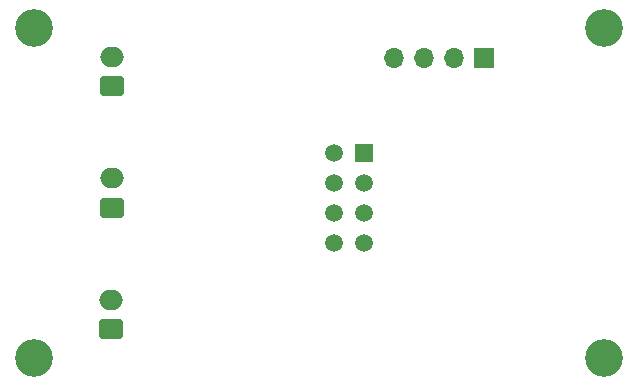
<source format=gbr>
%TF.GenerationSoftware,KiCad,Pcbnew,8.0.4*%
%TF.CreationDate,2024-12-12T17:07:26+08:00*%
%TF.ProjectId,esp01s-power-board,65737030-3173-42d7-906f-7765722d626f,rev?*%
%TF.SameCoordinates,Original*%
%TF.FileFunction,Soldermask,Bot*%
%TF.FilePolarity,Negative*%
%FSLAX46Y46*%
G04 Gerber Fmt 4.6, Leading zero omitted, Abs format (unit mm)*
G04 Created by KiCad (PCBNEW 8.0.4) date 2024-12-12 17:07:26*
%MOMM*%
%LPD*%
G01*
G04 APERTURE LIST*
G04 Aperture macros list*
%AMRoundRect*
0 Rectangle with rounded corners*
0 $1 Rounding radius*
0 $2 $3 $4 $5 $6 $7 $8 $9 X,Y pos of 4 corners*
0 Add a 4 corners polygon primitive as box body*
4,1,4,$2,$3,$4,$5,$6,$7,$8,$9,$2,$3,0*
0 Add four circle primitives for the rounded corners*
1,1,$1+$1,$2,$3*
1,1,$1+$1,$4,$5*
1,1,$1+$1,$6,$7*
1,1,$1+$1,$8,$9*
0 Add four rect primitives between the rounded corners*
20,1,$1+$1,$2,$3,$4,$5,0*
20,1,$1+$1,$4,$5,$6,$7,0*
20,1,$1+$1,$6,$7,$8,$9,0*
20,1,$1+$1,$8,$9,$2,$3,0*%
G04 Aperture macros list end*
%ADD10C,3.200000*%
%ADD11R,1.700000X1.700000*%
%ADD12O,1.700000X1.700000*%
%ADD13R,1.500000X1.500000*%
%ADD14C,1.500000*%
%ADD15RoundRect,0.250000X0.750000X-0.600000X0.750000X0.600000X-0.750000X0.600000X-0.750000X-0.600000X0*%
%ADD16O,2.000000X1.700000*%
G04 APERTURE END LIST*
D10*
%TO.C,H4*%
X99060000Y-50800000D03*
%TD*%
D11*
%TO.C,J5*%
X88900000Y-53340000D03*
D12*
X86360000Y-53340000D03*
X83820000Y-53340000D03*
X81280000Y-53340000D03*
%TD*%
D13*
%TO.C,U1*%
X78740000Y-61407500D03*
D14*
X78740000Y-63947500D03*
X78740000Y-66487500D03*
X78740000Y-69027500D03*
X76200000Y-61407500D03*
X76200000Y-63947500D03*
X76200000Y-66487500D03*
X76200000Y-69027500D03*
%TD*%
D15*
%TO.C,J4*%
X57426115Y-66020000D03*
D16*
X57426115Y-63520000D03*
%TD*%
D10*
%TO.C,H1*%
X50800000Y-50800000D03*
%TD*%
D15*
%TO.C,J2*%
X57336793Y-76313836D03*
D16*
X57336793Y-73813836D03*
%TD*%
D10*
%TO.C,H2*%
X50800000Y-78740000D03*
%TD*%
%TO.C,H3*%
X99060000Y-78740000D03*
%TD*%
D15*
%TO.C,J1*%
X57426115Y-55726164D03*
D16*
X57426115Y-53226164D03*
%TD*%
M02*

</source>
